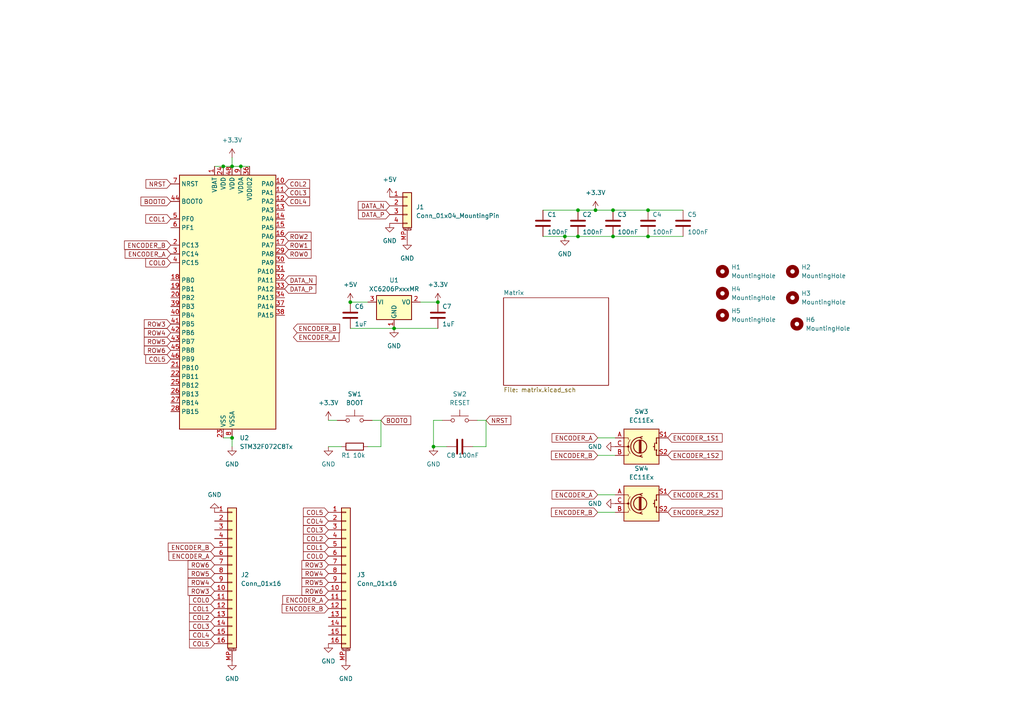
<source format=kicad_sch>
(kicad_sch (version 20231120) (generator "eeschema") (generator_version "8.0")
  (paper "A4")
  (lib_symbols
    (symbol "Connector_Generic_MountingPin:Conn_01x04_MountingPin" (pin_names (offset 1.016) hide)
      (property "Reference" "J" (at 0 5.08 0))
      (property "Value" "Conn_01x04_MountingPin" (at 1.27 -7.62 0))
      (symbol "Conn_01x04_MountingPin_1_1"
        (rectangle (start -1.27 -4.953) (end 0 -5.207) (stroke (width 0.1524)))
        (rectangle (start -1.27 -2.413) (end 0 -2.667) (stroke (width 0.1524)))
        (rectangle (start -1.27 0.127) (end 0 -0.127) (stroke (width 0.1524)))
        (rectangle (start -1.27 2.667) (end 0 2.413) (stroke (width 0.1524)))
        (rectangle (start -1.27 3.81) (end 1.27 -6.35) (stroke (width 0.254)) (fill (type background)))
        (polyline (pts (xy -1.016 -7.112) (xy 1.016 -7.112)) (stroke (width 0.1524)))
        (text "Mounting" (at 0 -6.731 0) (effects (font (size 0.381 0.381))))
        (pin passive line (at -5.08 2.54 0) (length 3.81) (name "Pin_1") (number "1"))
        (pin passive line (at -5.08 0 0) (length 3.81) (name "Pin_2") (number "2"))
        (pin passive line (at -5.08 -2.54 0) (length 3.81) (name "Pin_3") (number "3"))
        (pin passive line (at -5.08 -5.08 0) (length 3.81) (name "Pin_4") (number "4"))
        (pin passive line (at 0 -10.16 90) (length 3.048) (name "MountPin") (number "MP"))
      )
    )
    (symbol "Connector_Generic_MountingPin:Conn_01x16_MountingPin" (pin_names (offset 1.016) hide)
      (property "Reference" "J" (at 0 20.32 0))
      (property "Value" "Conn_01x16_MountingPin" (at 1.27 -22.86 0))
      (symbol "Conn_01x16_MountingPin_1_1"
        (rectangle (start -1.27 -20.193) (end 0 -20.447) (stroke (width 0.1524)))
        (rectangle (start -1.27 -17.653) (end 0 -17.907) (stroke (width 0.1524)))
        (rectangle (start -1.27 -15.113) (end 0 -15.367) (stroke (width 0.1524)))
        (rectangle (start -1.27 -12.573) (end 0 -12.827) (stroke (width 0.1524)))
        (rectangle (start -1.27 -10.033) (end 0 -10.287) (stroke (width 0.1524)))
        (rectangle (start -1.27 -7.493) (end 0 -7.747) (stroke (width 0.1524)))
        (rectangle (start -1.27 -4.953) (end 0 -5.207) (stroke (width 0.1524)))
        (rectangle (start -1.27 -2.413) (end 0 -2.667) (stroke (width 0.1524)))
        (rectangle (start -1.27 0.127) (end 0 -0.127) (stroke (width 0.1524)))
        (rectangle (start -1.27 2.667) (end 0 2.413) (stroke (width 0.1524)))
        (rectangle (start -1.27 5.207) (end 0 4.953) (stroke (width 0.1524)))
        (rectangle (start -1.27 7.747) (end 0 7.493) (stroke (width 0.1524)))
        (rectangle (start -1.27 10.287) (end 0 10.033) (stroke (width 0.1524)))
        (rectangle (start -1.27 12.827) (end 0 12.573) (stroke (width 0.1524)))
        (rectangle (start -1.27 15.367) (end 0 15.113) (stroke (width 0.1524)))
        (rectangle (start -1.27 17.907) (end 0 17.653) (stroke (width 0.1524)))
        (rectangle (start -1.27 19.05) (end 1.27 -21.59) (stroke (width 0.254)) (fill (type background)))
        (polyline (pts (xy -1.016 -22.352) (xy 1.016 -22.352)) (stroke (width 0.1524)))
        (text "Mounting" (at 0 -21.971 0) (effects (font (size 0.381 0.381))))
        (pin passive line (at -5.08 17.78 0) (length 3.81) (name "Pin_1") (number "1"))
        (pin passive line (at -5.08 -5.08 0) (length 3.81) (name "Pin_10") (number "10"))
        (pin passive line (at -5.08 -7.62 0) (length 3.81) (name "Pin_11") (number "11"))
        (pin passive line (at -5.08 -10.16 0) (length 3.81) (name "Pin_12") (number "12"))
        (pin passive line (at -5.08 -12.7 0) (length 3.81) (name "Pin_13") (number "13"))
        (pin passive line (at -5.08 -15.24 0) (length 3.81) (name "Pin_14") (number "14"))
        (pin passive line (at -5.08 -17.78 0) (length 3.81) (name "Pin_15") (number "15"))
        (pin passive line (at -5.08 -20.32 0) (length 3.81) (name "Pin_16") (number "16"))
        (pin passive line (at -5.08 15.24 0) (length 3.81) (name "Pin_2") (number "2"))
        (pin passive line (at -5.08 12.7 0) (length 3.81) (name "Pin_3") (number "3"))
        (pin passive line (at -5.08 10.16 0) (length 3.81) (name "Pin_4") (number "4"))
        (pin passive line (at -5.08 7.62 0) (length 3.81) (name "Pin_5") (number "5"))
        (pin passive line (at -5.08 5.08 0) (length 3.81) (name "Pin_6") (number "6"))
        (pin passive line (at -5.08 2.54 0) (length 3.81) (name "Pin_7") (number "7"))
        (pin passive line (at -5.08 0 0) (length 3.81) (name "Pin_8") (number "8"))
        (pin passive line (at -5.08 -2.54 0) (length 3.81) (name "Pin_9") (number "9"))
        (pin passive line (at 0 -25.4 90) (length 3.048) (name "MountPin") (number "MP"))
      )
    )
    (symbol "Device:C" (pin_numbers hide) (pin_names (offset 0.254))
      (property "Reference" "C" (at 0.635 2.54 0))
      (property "Value" "C" (at 0.635 -2.54 0))
      (symbol "C_0_1"
        (polyline (pts (xy -2.032 -0.762) (xy 2.032 -0.762)) (stroke (width 0.508)))
        (polyline (pts (xy -2.032 0.762) (xy 2.032 0.762)) (stroke (width 0.508)))
      )
      (symbol "C_1_1"
        (pin passive line (at 0 3.81 270) (length 2.794) (name "~") (number "1"))
        (pin passive line (at 0 -3.81 90) (length 2.794) (name "~") (number "2"))
      )
    )
    (symbol "Device:R" (pin_numbers hide) (pin_names (offset 0))
      (property "Reference" "R" (at 2.032 0 90))
      (property "Value" "R" (at 0 0 90))
      (symbol "R_0_1"
        (rectangle (start -1.016 -2.54) (end 1.016 2.54) (stroke (width 0.254)))
      )
      (symbol "R_1_1"
        (pin passive line (at 0 3.81 270) (length 1.27) (name "~") (number "1"))
        (pin passive line (at 0 -3.81 90) (length 1.27) (name "~") (number "2"))
      )
    )
    (symbol "Device:RotaryEncoder_Switch" (pin_names (offset 0.254) hide)
      (property "Reference" "SW" (at 0 6.604 0))
      (property "Value" "RotaryEncoder_Switch" (at 0 -6.604 0))
      (symbol "RotaryEncoder_Switch_0_1"
        (rectangle (start -5.08 5.08) (end 5.08 -5.08) (stroke (width 0.254)) (fill (type background)))
        (circle (center -3.81 0) (radius 0.254) (fill (type outline)))
        (circle (center -0.381 0) (radius 1.905) (stroke (width 0.254)))
        (arc (start -0.381 2.667) (mid -3.0988 -0.0635) (end -0.381 -2.794) (stroke (width 0.254)))
        (polyline (pts (xy -0.635 -1.778) (xy -0.635 1.778)) (stroke (width 0.254)))
        (polyline (pts (xy -0.381 -1.778) (xy -0.381 1.778)) (stroke (width 0.254)))
        (polyline (pts (xy -0.127 1.778) (xy -0.127 -1.778)) (stroke (width 0.254)))
        (polyline (pts (xy 3.81 0) (xy 3.429 0)) (stroke (width 0.254)))
        (polyline (pts (xy 3.81 1.016) (xy 3.81 -1.016)) (stroke (width 0.254)))
        (polyline (pts (xy -5.08 -2.54) (xy -3.81 -2.54) (xy -3.81 -2.032)))
        (polyline (pts (xy -5.08 2.54) (xy -3.81 2.54) (xy -3.81 2.032)))
        (polyline (pts (xy 0.254 -3.048) (xy -0.508 -2.794) (xy 0.127 -2.413)) (stroke (width 0.254)))
        (polyline (pts (xy 0.254 2.921) (xy -0.508 2.667) (xy 0.127 2.286)) (stroke (width 0.254)))
        (polyline (pts (xy 5.08 -2.54) (xy 4.318 -2.54) (xy 4.318 -1.016)) (stroke (width 0.254)))
        (polyline (pts (xy 5.08 2.54) (xy 4.318 2.54) (xy 4.318 1.016)) (stroke (width 0.254)))
        (polyline (pts (xy -5.08 0) (xy -3.81 0) (xy -3.81 -1.016) (xy -3.302 -2.032)))
        (polyline (pts (xy -4.318 0) (xy -3.81 0) (xy -3.81 1.016) (xy -3.302 2.032)))
        (circle (center 4.318 -1.016) (radius 0.127) (stroke (width 0.254)))
        (circle (center 4.318 1.016) (radius 0.127) (stroke (width 0.254)))
      )
      (symbol "RotaryEncoder_Switch_1_1"
        (pin passive line (at -7.62 2.54 0) (length 2.54) (name "A") (number "A"))
        (pin passive line (at -7.62 -2.54 0) (length 2.54) (name "B") (number "B"))
        (pin passive line (at -7.62 0 0) (length 2.54) (name "C") (number "C"))
        (pin passive line (at 7.62 2.54 180) (length 2.54) (name "S1") (number "S1"))
        (pin passive line (at 7.62 -2.54 180) (length 2.54) (name "S2") (number "S2"))
      )
    )
    (symbol "MCU_ST_STM32F0:STM32F072C8Tx"
      (property "Reference" "U" (at -12.7 39.37 0))
      (property "Value" "STM32F072C8Tx" (at 10.16 39.37 0))
      (symbol "STM32F072C8Tx_0_1"
        (rectangle (start -12.7 -35.56) (end 15.24 38.1) (stroke (width 0.254)) (fill (type background)))
      )
      (symbol "STM32F072C8Tx_1_1"
        (pin power_in line (at -2.54 40.64 270) (length 2.54) (name "VBAT") (number "1"))
        (pin bidirectional line (at 17.78 35.56 180) (length 2.54) (name "PA0") (number "10"))
        (pin bidirectional line (at 17.78 33.02 180) (length 2.54) (name "PA1") (number "11"))
        (pin bidirectional line (at 17.78 30.48 180) (length 2.54) (name "PA2") (number "12"))
        (pin bidirectional line (at 17.78 27.94 180) (length 2.54) (name "PA3") (number "13"))
        (pin bidirectional line (at 17.78 25.4 180) (length 2.54) (name "PA4") (number "14"))
        (pin bidirectional line (at 17.78 22.86 180) (length 2.54) (name "PA5") (number "15"))
        (pin bidirectional line (at 17.78 20.32 180) (length 2.54) (name "PA6") (number "16"))
        (pin bidirectional line (at 17.78 17.78 180) (length 2.54) (name "PA7") (number "17"))
        (pin bidirectional line (at -15.24 7.62 0) (length 2.54) (name "PB0") (number "18"))
        (pin bidirectional line (at -15.24 5.08 0) (length 2.54) (name "PB1") (number "19"))
        (pin bidirectional line (at -15.24 17.78 0) (length 2.54) (name "PC13") (number "2"))
        (pin bidirectional line (at -15.24 2.54 0) (length 2.54) (name "PB2") (number "20"))
        (pin bidirectional line (at -15.24 -17.78 0) (length 2.54) (name "PB10") (number "21"))
        (pin bidirectional line (at -15.24 -20.32 0) (length 2.54) (name "PB11") (number "22"))
        (pin power_in line (at 0 -38.1 90) (length 2.54) (name "VSS") (number "23"))
        (pin power_in line (at 0 40.64 270) (length 2.54) (name "VDD") (number "24"))
        (pin bidirectional line (at -15.24 -22.86 0) (length 2.54) (name "PB12") (number "25"))
        (pin bidirectional line (at -15.24 -25.4 0) (length 2.54) (name "PB13") (number "26"))
        (pin bidirectional line (at -15.24 -27.94 0) (length 2.54) (name "PB14") (number "27"))
        (pin bidirectional line (at -15.24 -30.48 0) (length 2.54) (name "PB15") (number "28"))
        (pin bidirectional line (at 17.78 15.24 180) (length 2.54) (name "PA8") (number "29"))
        (pin bidirectional line (at -15.24 15.24 0) (length 2.54) (name "PC14") (number "3"))
        (pin bidirectional line (at 17.78 12.7 180) (length 2.54) (name "PA9") (number "30"))
        (pin bidirectional line (at 17.78 10.16 180) (length 2.54) (name "PA10") (number "31"))
        (pin bidirectional line (at 17.78 7.62 180) (length 2.54) (name "PA11") (number "32"))
        (pin bidirectional line (at 17.78 5.08 180) (length 2.54) (name "PA12") (number "33"))
        (pin bidirectional line (at 17.78 2.54 180) (length 2.54) (name "PA13") (number "34"))
        (pin passive line (at 0 -38.1 90) (length 2.54) hide (name "VSS") (number "35"))
        (pin power_in line (at 7.62 40.64 270) (length 2.54) (name "VDDIO2") (number "36"))
        (pin bidirectional line (at 17.78 0 180) (length 2.54) (name "PA14") (number "37"))
        (pin bidirectional line (at 17.78 -2.54 180) (length 2.54) (name "PA15") (number "38"))
        (pin bidirectional line (at -15.24 0 0) (length 2.54) (name "PB3") (number "39"))
        (pin bidirectional line (at -15.24 12.7 0) (length 2.54) (name "PC15") (number "4"))
        (pin bidirectional line (at -15.24 -2.54 0) (length 2.54) (name "PB4") (number "40"))
        (pin bidirectional line (at -15.24 -5.08 0) (length 2.54) (name "PB5") (number "41"))
        (pin bidirectional line (at -15.24 -7.62 0) (length 2.54) (name "PB6") (number "42"))
        (pin bidirectional line (at -15.24 -10.16 0) (length 2.54) (name "PB7") (number "43"))
        (pin input line (at -15.24 30.48 0) (length 2.54) (name "BOOT0") (number "44"))
        (pin bidirectional line (at -15.24 -12.7 0) (length 2.54) (name "PB8") (number "45"))
        (pin bidirectional line (at -15.24 -15.24 0) (length 2.54) (name "PB9") (number "46"))
        (pin passive line (at 0 -38.1 90) (length 2.54) hide (name "VSS") (number "47"))
        (pin power_in line (at 2.54 40.64 270) (length 2.54) (name "VDD") (number "48"))
        (pin bidirectional line (at -15.24 25.4 0) (length 2.54) (name "PF0") (number "5"))
        (pin bidirectional line (at -15.24 22.86 0) (length 2.54) (name "PF1") (number "6"))
        (pin input line (at -15.24 35.56 0) (length 2.54) (name "NRST") (number "7"))
        (pin power_in line (at 2.54 -38.1 90) (length 2.54) (name "VSSA") (number "8"))
        (pin power_in line (at 5.08 40.64 270) (length 2.54) (name "VDDA") (number "9"))
      )
    )
    (symbol "Mechanical:MountingHole" (pin_names (offset 1.016))
      (property "Reference" "H" (at 0 5.08 0))
      (property "Value" "MountingHole" (at 0 3.175 0))
      (symbol "MountingHole_0_1"
        (circle (center 0 0) (radius 1.27) (stroke (width 1.27)))
      )
    )
    (symbol "Regulator_Linear:XC6206PxxxMR" (pin_names (offset 0.254))
      (property "Reference" "U" (at -3.81 3.175 0))
      (property "Value" "XC6206PxxxMR" (at 0 3.175 0))
      (symbol "XC6206PxxxMR_0_1"
        (rectangle (start -5.08 1.905) (end 5.08 -5.08) (stroke (width 0.254)) (fill (type background)))
      )
      (symbol "XC6206PxxxMR_1_1"
        (pin power_in line (at 0 -7.62 90) (length 2.54) (name "GND") (number "1"))
        (pin power_out line (at 7.62 0 180) (length 2.54) (name "VO") (number "2"))
        (pin power_in line (at -7.62 0 0) (length 2.54) (name "VI") (number "3"))
      )
    )
    (symbol "Switch:SW_Push" (pin_numbers hide) (pin_names (offset 1.016) hide)
      (property "Reference" "SW" (at 1.27 2.54 0))
      (property "Value" "SW_Push" (at 0 -1.524 0))
      (symbol "SW_Push_0_1"
        (circle (center -2.032 0) (radius 0.508))
        (polyline (pts (xy 0 1.27) (xy 0 3.048)))
        (polyline (pts (xy 2.54 1.27) (xy -2.54 1.27)))
        (circle (center 2.032 0) (radius 0.508))
        (pin passive line (at -5.08 0 0) (length 2.54) (name "1") (number "1"))
        (pin passive line (at 5.08 0 180) (length 2.54) (name "2") (number "2"))
      )
    )
    (symbol "power:+3.3V" (power) (pin_names (offset 0))
      (property "Value" "+3.3V" (at 0 3.556 0))
      (symbol "+3.3V_0_1"
        (polyline (pts (xy -0.762 1.27) (xy 0 2.54)))
        (polyline (pts (xy 0 0) (xy 0 2.54)))
        (polyline (pts (xy 0 2.54) (xy 0.762 1.27)))
      )
      (symbol "+3.3V_1_1"
        (pin power_in line (at 0 0 90) (length 0) hide (name "+3.3V") (number "1"))
      )
    )
    (symbol "power:+5V" (power) (pin_names (offset 0))
      (property "Value" "+5V" (at 0 3.556 0))
      (symbol "+5V_0_1"
        (polyline (pts (xy -0.762 1.27) (xy 0 2.54)))
        (polyline (pts (xy 0 0) (xy 0 2.54)))
        (polyline (pts (xy 0 2.54) (xy 0.762 1.27)))
      )
      (symbol "+5V_1_1"
        (pin power_in line (at 0 0 90) (length 0) hide (name "+5V") (number "1"))
      )
    )
    (symbol "power:GND" (power) (pin_names (offset 0))
      (property "Value" "GND" (at 0 -3.81 0))
      (symbol "GND_0_1"
        (polyline (pts (xy 0 0) (xy 0 -1.27) (xy 1.27 -1.27) (xy 0 -2.54) (xy -1.27 -1.27) (xy 0 -1.27)))
      )
      (symbol "GND_1_1"
        (pin power_in line (at 0 0 270) (length 0) hide (name "GND") (number "1"))
      )
    )
  )
  (junction (at 69.85 48.26))
  (junction (at 114.3 95.25))
  (junction (at 187.96 68.58))
  (junction (at 67.31 48.26))
  (junction (at 187.96 60.96))
  (junction (at 101.6 87.63))
  (junction (at 172.72 60.96))
  (junction (at 127 87.63))
  (junction (at 163.83 68.58))
  (junction (at 64.77 48.26))
  (junction (at 167.64 60.96))
  (junction (at 177.8 60.96))
  (junction (at 67.31 127))
  (junction (at 167.64 68.58))
  (junction (at 177.8 68.58))
  (junction (at 125.73 129.54))
  (wire (pts (xy 101.6 87.63) (xy 106.68 87.63)))
  (wire (pts (xy 177.8 68.58) (xy 187.96 68.58)))
  (wire (pts (xy 157.48 68.58) (xy 163.83 68.58)))
  (wire (pts (xy 157.48 60.96) (xy 167.64 60.96)))
  (wire (pts (xy 140.97 121.92) (xy 140.97 129.54)))
  (wire (pts (xy 187.96 60.96) (xy 198.12 60.96)))
  (wire (pts (xy 107.95 121.92) (xy 110.49 121.92)))
  (wire (pts (xy 67.31 45.72) (xy 67.31 48.26)))
  (wire (pts (xy 110.49 121.92) (xy 110.49 129.54)))
  (wire (pts (xy 95.25 121.92) (xy 97.79 121.92)))
  (wire (pts (xy 173.355 148.59) (xy 178.435 148.59)))
  (wire (pts (xy 114.3 95.25) (xy 127 95.25)))
  (wire (pts (xy 167.64 60.96) (xy 172.72 60.96)))
  (wire (pts (xy 64.77 127) (xy 67.31 127)))
  (wire (pts (xy 67.31 127) (xy 67.31 129.54)))
  (wire (pts (xy 101.6 95.25) (xy 114.3 95.25)))
  (wire (pts (xy 187.96 68.58) (xy 198.12 68.58)))
  (wire (pts (xy 140.97 129.54) (xy 137.16 129.54)))
  (wire (pts (xy 172.72 60.96) (xy 177.8 60.96)))
  (wire (pts (xy 163.83 68.58) (xy 167.64 68.58)))
  (wire (pts (xy 69.85 48.26) (xy 72.39 48.26)))
  (wire (pts (xy 67.31 48.26) (xy 69.85 48.26)))
  (wire (pts (xy 62.23 48.26) (xy 64.77 48.26)))
  (wire (pts (xy 173.355 143.51) (xy 178.435 143.51)))
  (wire (pts (xy 125.73 129.54) (xy 125.73 121.92)))
  (wire (pts (xy 110.49 129.54) (xy 106.68 129.54)))
  (wire (pts (xy 173.355 132.08) (xy 178.435 132.08)))
  (wire (pts (xy 177.8 60.96) (xy 187.96 60.96)))
  (wire (pts (xy 125.73 121.92) (xy 128.27 121.92)))
  (wire (pts (xy 129.54 129.54) (xy 125.73 129.54)))
  (wire (pts (xy 167.64 68.58) (xy 177.8 68.58)))
  (wire (pts (xy 138.43 121.92) (xy 140.97 121.92)))
  (wire (pts (xy 64.77 48.26) (xy 67.31 48.26)))
  (wire (pts (xy 173.355 127) (xy 178.435 127)))
  (wire (pts (xy 95.25 129.54) (xy 99.06 129.54)))
  (wire (pts (xy 121.92 87.63) (xy 127 87.63)))
  (global_label "ENCODER_A" (shape input) (at 95.25 173.99 180) (property "Intersheetrefs" "${INTERSHEET_REFS}" (effects (hide yes))))
  (global_label "ROW6" (shape input) (at 95.25 171.45 180) (property "Intersheetrefs" "${INTERSHEET_REFS}" (effects (hide yes))))
  (global_label "DATA_P" (shape input) (at 82.55 83.82 0) (property "Intersheetrefs" "${INTERSHEET_REFS}" (effects (hide yes))))
  (global_label "ENCODER_A" (shape input) (at 49.53 73.66 180) (property "Intersheetrefs" "${INTERSHEET_REFS}" (effects (hide yes))))
  (global_label "ENCODER_2S2" (shape input) (at 193.675 148.59 0) (property "Intersheetrefs" "${INTERSHEET_REFS}" (effects (hide yes))))
  (global_label "ROW6" (shape input) (at 49.53 101.6 180) (property "Intersheetrefs" "${INTERSHEET_REFS}" (effects (hide yes))))
  (global_label "ENCODER_B" (shape input) (at 62.23 158.75 180) (property "Intersheetrefs" "${INTERSHEET_REFS}" (effects (hide yes))))
  (global_label "COL2" (shape input) (at 62.23 179.07 180) (property "Intersheetrefs" "${INTERSHEET_REFS}" (effects (hide yes))))
  (global_label "ROW4" (shape input) (at 49.53 96.52 180) (property "Intersheetrefs" "${INTERSHEET_REFS}" (effects (hide yes))))
  (global_label "ROW3" (shape input) (at 62.23 171.45 180) (property "Intersheetrefs" "${INTERSHEET_REFS}" (effects (hide yes))))
  (global_label "ROW6" (shape input) (at 62.23 163.83 180) (property "Intersheetrefs" "${INTERSHEET_REFS}" (effects (hide yes))))
  (global_label "COL3" (shape input) (at 62.23 181.61 180) (property "Intersheetrefs" "${INTERSHEET_REFS}" (effects (hide yes))))
  (global_label "ENCODER_A" (shape input) (at 85.09 97.79 0) (property "Intersheetrefs" "${INTERSHEET_REFS}" (effects (hide yes))))
  (global_label "COL4" (shape input) (at 62.23 184.15 180) (property "Intersheetrefs" "${INTERSHEET_REFS}" (effects (hide yes))))
  (global_label "COL1" (shape input) (at 62.23 176.53 180) (property "Intersheetrefs" "${INTERSHEET_REFS}" (effects (hide yes))))
  (global_label "COL3" (shape input) (at 95.25 153.67 180) (property "Intersheetrefs" "${INTERSHEET_REFS}" (effects (hide yes))))
  (global_label "ROW4" (shape input) (at 62.23 168.91 180) (property "Intersheetrefs" "${INTERSHEET_REFS}" (effects (hide yes))))
  (global_label "ENCODER_A" (shape input) (at 62.23 161.29 180) (property "Intersheetrefs" "${INTERSHEET_REFS}" (effects (hide yes))))
  (global_label "ROW1" (shape input) (at 82.55 71.12 0) (property "Intersheetrefs" "${INTERSHEET_REFS}" (effects (hide yes))))
  (global_label "COL5" (shape input) (at 62.23 186.69 180) (property "Intersheetrefs" "${INTERSHEET_REFS}" (effects (hide yes))))
  (global_label "ENCODER_B" (shape input) (at 85.09 95.25 0) (property "Intersheetrefs" "${INTERSHEET_REFS}" (effects (hide yes))))
  (global_label "COL2" (shape input) (at 82.55 53.34 0) (property "Intersheetrefs" "${INTERSHEET_REFS}" (effects (hide yes))))
  (global_label "ENCODER_2S1" (shape input) (at 193.675 143.51 0) (property "Intersheetrefs" "${INTERSHEET_REFS}" (effects (hide yes))))
  (global_label "COL3" (shape input) (at 82.55 55.88 0) (property "Intersheetrefs" "${INTERSHEET_REFS}" (effects (hide yes))))
  (global_label "ENCODER_A" (shape input) (at 173.355 143.51 180) (property "Intersheetrefs" "${INTERSHEET_REFS}" (effects (hide yes))))
  (global_label "ENCODER_1S2" (shape input) (at 193.675 132.08 0) (property "Intersheetrefs" "${INTERSHEET_REFS}" (effects (hide yes))))
  (global_label "ENCODER_B" (shape input) (at 49.53 71.12 180) (property "Intersheetrefs" "${INTERSHEET_REFS}" (effects (hide yes))))
  (global_label "COL0" (shape input) (at 49.53 76.2 180) (property "Intersheetrefs" "${INTERSHEET_REFS}" (effects (hide yes))))
  (global_label "COL4" (shape input) (at 82.55 58.42 0) (property "Intersheetrefs" "${INTERSHEET_REFS}" (effects (hide yes))))
  (global_label "COL2" (shape input) (at 95.25 156.21 180) (property "Intersheetrefs" "${INTERSHEET_REFS}" (effects (hide yes))))
  (global_label "ROW4" (shape input) (at 95.25 166.37 180) (property "Intersheetrefs" "${INTERSHEET_REFS}" (effects (hide yes))))
  (global_label "ROW5" (shape input) (at 62.23 166.37 180) (property "Intersheetrefs" "${INTERSHEET_REFS}" (effects (hide yes))))
  (global_label "ROW5" (shape input) (at 49.53 99.06 180) (property "Intersheetrefs" "${INTERSHEET_REFS}" (effects (hide yes))))
  (global_label "COL1" (shape input) (at 95.25 158.75 180) (property "Intersheetrefs" "${INTERSHEET_REFS}" (effects (hide yes))))
  (global_label "ROW3" (shape input) (at 95.25 163.83 180) (property "Intersheetrefs" "${INTERSHEET_REFS}" (effects (hide yes))))
  (global_label "NRST" (shape input) (at 140.97 121.92 0) (property "Intersheetrefs" "${INTERSHEET_REFS}" (effects (hide yes))))
  (global_label "COL0" (shape input) (at 95.25 161.29 180) (property "Intersheetrefs" "${INTERSHEET_REFS}" (effects (hide yes))))
  (global_label "DATA_N" (shape input) (at 82.55 81.28 0) (property "Intersheetrefs" "${INTERSHEET_REFS}" (effects (hide yes))))
  (global_label "BOOTO" (shape input) (at 110.49 121.92 0) (property "Intersheetrefs" "${INTERSHEET_REFS}" (effects (hide yes))))
  (global_label "COL4" (shape input) (at 95.25 151.13 180) (property "Intersheetrefs" "${INTERSHEET_REFS}" (effects (hide yes))))
  (global_label "COL5" (shape input) (at 49.53 104.14 180) (property "Intersheetrefs" "${INTERSHEET_REFS}" (effects (hide yes))))
  (global_label "ENCODER_B" (shape input) (at 173.355 132.08 180) (property "Intersheetrefs" "${INTERSHEET_REFS}" (effects (hide yes))))
  (global_label "ROW2" (shape input) (at 82.55 68.58 0) (property "Intersheetrefs" "${INTERSHEET_REFS}" (effects (hide yes))))
  (global_label "ROW5" (shape input) (at 95.25 168.91 180) (property "Intersheetrefs" "${INTERSHEET_REFS}" (effects (hide yes))))
  (global_label "COL5" (shape input) (at 95.25 148.59 180) (property "Intersheetrefs" "${INTERSHEET_REFS}" (effects (hide yes))))
  (global_label "NRST" (shape input) (at 49.53 53.34 180) (property "Intersheetrefs" "${INTERSHEET_REFS}" (effects (hide yes))))
  (global_label "DATA_P" (shape input) (at 113.03 62.23 180) (property "Intersheetrefs" "${INTERSHEET_REFS}" (effects (hide yes))))
  (global_label "COL0" (shape input) (at 62.23 173.99 180) (property "Intersheetrefs" "${INTERSHEET_REFS}" (effects (hide yes))))
  (global_label "BOOTO" (shape input) (at 49.53 58.42 180) (property "Intersheetrefs" "${INTERSHEET_REFS}" (effects (hide yes))))
  (global_label "ENCODER_B" (shape input) (at 173.355 148.59 180) (property "Intersheetrefs" "${INTERSHEET_REFS}" (effects (hide yes))))
  (global_label "ENCODER_B" (shape input) (at 95.25 176.53 180) (property "Intersheetrefs" "${INTERSHEET_REFS}" (effects (hide yes))))
  (global_label "COL1" (shape input) (at 49.53 63.5 180) (property "Intersheetrefs" "${INTERSHEET_REFS}" (effects (hide yes))))
  (global_label "ROW0" (shape input) (at 82.55 73.66 0) (property "Intersheetrefs" "${INTERSHEET_REFS}" (effects (hide yes))))
  (global_label "ROW3" (shape input) (at 49.53 93.98 180) (property "Intersheetrefs" "${INTERSHEET_REFS}" (effects (hide yes))))
  (global_label "ENCODER_A" (shape input) (at 173.355 127 180) (property "Intersheetrefs" "${INTERSHEET_REFS}" (effects (hide yes))))
  (global_label "ENCODER_1S1" (shape input) (at 193.675 127 0) (property "Intersheetrefs" "${INTERSHEET_REFS}" (effects (hide yes))))
  (global_label "DATA_N" (shape input) (at 113.03 59.69 180) (property "Intersheetrefs" "${INTERSHEET_REFS}" (effects (hide yes))))
  (symbol (lib_id "power:GND") (at 113.03 64.77 0) (unit 1)
    (property "Reference" "#PWR04" (effects (hide yes)))
    (property "Value" "GND" (at 113.03 69.85 0))
  )
  (symbol (lib_id "Switch:SW_Push") (at 133.35 121.92 0) (unit 1)
    (property "Reference" "SW2" (at 133.35 114.3 0))
    (property "Value" "RESET" (at 133.35 116.84 0))
    (property "Footprint" "Button_Switch_SMD:SW_SPST_SKQG_WithoutStem" (effects (hide yes)))
  )
  (symbol (lib_id "power:GND") (at 62.23 148.59 180) (unit 1)
    (property "Reference" "#PWR017" (effects (hide yes)))
    (property "Value" "GND" (at 62.23 143.51 0))
  )
  (symbol (lib_id "power:GND") (at 163.83 68.58 0) (unit 1)
    (property "Reference" "#PWR05" (effects (hide yes)))
    (property "Value" "GND" (at 163.83 73.66 0))
  )
  (symbol (lib_id "Mechanical:MountingHole") (at 209.55 91.44 0) (unit 1)
    (property "Reference" "H5" (at 212.09 90.17 0) (effects (justify left)))
    (property "Value" "MountingHole" (at 212.09 92.71 0) (effects (justify left)))
    (property "Footprint" "acheron_Hardware:MouseBite_IPC7351" (effects (hide yes)))
  )
  (symbol (lib_id "Connector_Generic_MountingPin:Conn_01x16_MountingPin") (at 67.31 166.37 0) (unit 1)
    (property "Reference" "J2" (at 69.85 166.7256 0) (effects (justify left)))
    (property "Value" "Conn_01x16" (at 69.85 169.2656 0) (effects (justify left)))
    (property "Footprint" "acheron_Connectors:XFCN_F1004-H-16-20G-R_P1.0mm_MountingReliefs" (effects (hide yes)))
  )
  (symbol (lib_id "Device:C") (at 177.8 64.77 0) (unit 1)
    (property "Reference" "C3" (at 179.07 62.23 0) (effects (justify left)))
    (property "Value" "100nF" (at 179.07 67.31 0) (effects (justify left)))
    (property "Footprint" "Capacitor_SMD:C_0402_1005Metric" (effects (hide yes)))
  )
  (symbol (lib_id "power:+3.3V") (at 127 87.63 0) (unit 1)
    (property "Reference" "#PWR08" (effects (hide yes)))
    (property "Value" "+3.3V" (at 127 82.55 0))
  )
  (symbol (lib_id "Mechanical:MountingHole") (at 229.87 78.74 0) (unit 1)
    (property "Reference" "H2" (at 232.41 77.47 0) (effects (justify left)))
    (property "Value" "MountingHole" (at 232.41 80.01 0) (effects (justify left)))
    (property "Footprint" "acheron_Hardware:MouseBite_IPC7351" (effects (hide yes)))
  )
  (symbol (lib_id "power:GND") (at 114.3 95.25 0) (unit 1)
    (property "Reference" "#PWR09" (effects (hide yes)))
    (property "Value" "GND" (at 114.3 100.33 0))
  )
  (symbol (lib_id "Mechanical:MountingHole") (at 231.14 93.98 0) (unit 1)
    (property "Reference" "H6" (at 233.68 92.71 0) (effects (justify left)))
    (property "Value" "MountingHole" (at 233.68 95.25 0) (effects (justify left)))
    (property "Footprint" "acheron_Hardware:MouseBite_IPC7351" (effects (hide yes)))
  )
  (symbol (lib_id "power:GND") (at 67.31 129.54 0) (unit 1)
    (property "Reference" "#PWR011" (effects (hide yes)))
    (property "Value" "GND" (at 67.31 134.62 0))
  )
  (symbol (lib_id "power:GND") (at 178.435 146.05 270) (unit 1)
    (property "Reference" "#PWR015" (effects (hide yes)))
    (property "Value" "GND" (at 174.625 146.05 90) (effects (justify right)))
  )
  (symbol (lib_id "Device:C") (at 187.96 64.77 0) (unit 1)
    (property "Reference" "C4" (at 189.23 62.23 0) (effects (justify left)))
    (property "Value" "100nF" (at 189.23 67.31 0) (effects (justify left)))
    (property "Footprint" "Capacitor_SMD:C_0402_1005Metric" (effects (hide yes)))
  )
  (symbol (lib_id "Device:C") (at 133.35 129.54 90) (unit 1)
    (property "Reference" "C8" (at 130.81 132.08 90))
    (property "Value" "100nF" (at 135.89 132.08 90))
    (property "Footprint" "Capacitor_SMD:C_0402_1005Metric" (effects (hide yes)))
  )
  (symbol (lib_id "power:GND") (at 67.31 191.77 0) (unit 1)
    (property "Reference" "#PWR020" (effects (hide yes)))
    (property "Value" "GND" (at 67.31 196.85 0))
  )
  (symbol (lib_id "power:GND") (at 178.435 129.54 270) (unit 1)
    (property "Reference" "#PWR014" (effects (hide yes)))
    (property "Value" "GND" (at 174.625 129.54 90) (effects (justify right)))
  )
  (symbol (lib_id "power:+3.3V") (at 95.25 121.92 0) (unit 1)
    (property "Reference" "#PWR010" (effects (hide yes)))
    (property "Value" "+3.3V" (at 95.25 116.84 0))
  )
  (symbol (lib_id "Device:RotaryEncoder_Switch") (at 186.055 146.05 0) (unit 1)
    (property "Reference" "SW4" (at 186.055 135.89 0))
    (property "Value" "EC11Ex" (at 186.055 138.43 0))
    (property "Footprint" "acheron_Hardware:ALPS_EC11E" (effects (hide yes)))
  )
  (symbol (lib_id "Device:C") (at 157.48 64.77 0) (unit 1)
    (property "Reference" "C1" (at 158.75 62.23 0) (effects (justify left)))
    (property "Value" "100nF" (at 158.75 67.31 0) (effects (justify left)))
    (property "Footprint" "Capacitor_SMD:C_0402_1005Metric" (effects (hide yes)))
  )
  (symbol (lib_id "power:GND") (at 118.11 69.85 0) (unit 1)
    (property "Reference" "#PWR06" (effects (hide yes)))
    (property "Value" "GND" (at 118.11 74.93 0))
  )
  (symbol (lib_id "Mechanical:MountingHole") (at 229.87 86.36 0) (unit 1)
    (property "Reference" "H3" (at 232.41 85.09 0) (effects (justify left)))
    (property "Value" "MountingHole" (at 232.41 87.63 0) (effects (justify left)))
    (property "Footprint" "acheron_Hardware:MouseBite_IPC7351" (effects (hide yes)))
  )
  (symbol (lib_id "power:GND") (at 95.25 129.54 0) (unit 1)
    (property "Reference" "#PWR012" (effects (hide yes)))
    (property "Value" "GND" (at 95.25 134.62 0))
  )
  (symbol (lib_id "Connector_Generic_MountingPin:Conn_01x04_MountingPin") (at 118.11 59.69 0) (unit 1)
    (property "Reference" "J1" (at 120.65 60.0456 0) (effects (justify left)))
    (property "Value" "Conn_01x04_MountingPin" (at 120.65 62.5856 0) (effects (justify left)))
    (property "Footprint" "acheron_Connectors:MOLEX_781710004_MountingReliefs" (effects (hide yes)))
  )
  (symbol (lib_id "Device:C") (at 167.64 64.77 0) (unit 1)
    (property "Reference" "C2" (at 168.91 62.23 0) (effects (justify left)))
    (property "Value" "100nF" (at 168.91 67.31 0) (effects (justify left)))
    (property "Footprint" "Capacitor_SMD:C_0402_1005Metric" (effects (hide yes)))
  )
  (symbol (lib_id "power:+3.3V") (at 67.31 45.72 0) (unit 1)
    (property "Reference" "#PWR01" (effects (hide yes)))
    (property "Value" "+3.3V" (at 67.31 40.64 0))
  )
  (symbol (lib_id "Device:C") (at 127 91.44 0) (unit 1)
    (property "Reference" "C7" (at 128.27 88.9 0) (effects (justify left)))
    (property "Value" "1uF" (at 128.27 93.98 0) (effects (justify left)))
    (property "Footprint" "Capacitor_SMD:C_0402_1005Metric" (effects (hide yes)))
  )
  (symbol (lib_id "Device:R") (at 102.87 129.54 270) (unit 1)
    (property "Reference" "R1" (at 100.33 132.08 90))
    (property "Value" "10k" (at 104.14 132.08 90))
    (property "Footprint" "Resistor_SMD:R_0402_1005Metric" (effects (hide yes)))
  )
  (symbol (lib_id "Mechanical:MountingHole") (at 209.55 85.09 0) (unit 1)
    (property "Reference" "H4" (at 212.09 83.82 0) (effects (justify left)))
    (property "Value" "MountingHole" (at 212.09 86.36 0) (effects (justify left)))
    (property "Footprint" "acheron_Hardware:MouseBite_IPC7351" (effects (hide yes)))
  )
  (symbol (lib_id "power:GND") (at 95.25 186.69 0) (unit 1)
    (property "Reference" "#PWR019" (effects (hide yes)))
    (property "Value" "GND" (at 95.25 191.77 0))
  )
  (symbol (lib_id "Device:C") (at 198.12 64.77 0) (unit 1)
    (property "Reference" "C5" (at 199.39 62.23 0) (effects (justify left)))
    (property "Value" "100nF" (at 199.39 67.31 0) (effects (justify left)))
    (property "Footprint" "Capacitor_SMD:C_0402_1005Metric" (effects (hide yes)))
  )
  (symbol (lib_id "Device:RotaryEncoder_Switch") (at 186.055 129.54 0) (unit 1)
    (property "Reference" "SW3" (at 186.055 119.38 0))
    (property "Value" "EC11Ex" (at 186.055 121.92 0))
    (property "Footprint" "acheron_Hardware:ALPS_EC11E" (effects (hide yes)))
  )
  (symbol (lib_id "power:+5V") (at 101.6 87.63 0) (unit 1)
    (property "Reference" "#PWR07" (effects (hide yes)))
    (property "Value" "+5V" (at 101.6 82.55 0))
  )
  (symbol (lib_id "Regulator_Linear:XC6206PxxxMR") (at 114.3 87.63 0) (unit 1)
    (property "Reference" "U1" (at 114.3 81.28 0))
    (property "Value" "XC6206PxxxMR" (at 114.3 83.82 0))
    (property "Footprint" "Package_TO_SOT_SMD:SOT-23-3" (effects (hide yes)))
    (property "Datasheet" "https://www.torexsemi.com/file/xc6206/XC6206.pdf" (effects (hide yes)))
  )
  (symbol (lib_id "Device:C") (at 101.6 91.44 0) (unit 1)
    (property "Reference" "C6" (at 102.87 88.9 0) (effects (justify left)))
    (property "Value" "1uF" (at 102.87 93.98 0) (effects (justify left)))
    (property "Footprint" "Capacitor_SMD:C_0402_1005Metric" (effects (hide yes)))
  )
  (symbol (lib_id "power:+3.3V") (at 172.72 60.96 0) (unit 1)
    (property "Reference" "#PWR03" (effects (hide yes)))
    (property "Value" "+3.3V" (at 172.72 55.88 0))
  )
  (symbol (lib_id "power:+5V") (at 113.03 57.15 0) (unit 1)
    (property "Reference" "#PWR02" (effects (hide yes)))
    (property "Value" "+5V" (at 113.03 52.07 0))
  )
  (symbol (lib_id "Connector_Generic_MountingPin:Conn_01x16_MountingPin") (at 100.33 166.37 0) (unit 1)
    (property "Reference" "J3" (at 103.505 166.7256 0) (effects (justify left)))
    (property "Value" "Conn_01x16" (at 103.505 169.2656 0) (effects (justify left)))
    (property "Footprint" "acheron_Connectors:XFCN_F1004-H-16-20G-R_P1.0mm_MountingReliefs" (effects (hide yes)))
  )
  (symbol (lib_id "Mechanical:MountingHole") (at 209.55 78.74 0) (unit 1)
    (property "Reference" "H1" (at 212.09 77.47 0) (effects (justify left)))
    (property "Value" "MountingHole" (at 212.09 80.01 0) (effects (justify left)))
    (property "Footprint" "acheron_Hardware:MouseBite_IPC7351" (effects (hide yes)))
  )
  (symbol (lib_id "power:GND") (at 125.73 129.54 0) (unit 1)
    (property "Reference" "#PWR013" (effects (hide yes)))
    (property "Value" "GND" (at 125.73 134.62 0))
  )
  (symbol (lib_id "power:GND") (at 100.33 191.77 0) (unit 1)
    (property "Reference" "#PWR021" (effects (hide yes)))
    (property "Value" "GND" (at 100.33 196.85 0))
  )
  (symbol (lib_id "Switch:SW_Push") (at 102.87 121.92 0) (unit 1)
    (property "Reference" "SW1" (at 102.87 114.3 0))
    (property "Value" "BOOT" (at 102.87 116.84 0))
    (property "Footprint" "Button_Switch_SMD:SW_SPST_SKQG_WithoutStem" (effects (hide yes)))
  )
  (symbol (lib_id "MCU_ST_STM32F0:STM32F072C8Tx") (at 64.77 88.9 0) (unit 1)
    (property "Reference" "U2" (at 69.5041 127 0) (effects (justify left)))
    (property "Value" "STM32F072C8Tx" (at 69.5041 129.54 0) (effects (justify left)))
    (property "Footprint" "Package_QFP:LQFP-48_7x7mm_P0.5mm" (effects (hide yes)))
    (property "Datasheet" "https://www.st.com/resource/en/datasheet/stm32f072c8.pdf" (effects (hide yes)))
  )
  (sheet (at 146.05 86.36) (size 30.48 25.4) (stroke (width 0.1524))
    (property "Sheetname" "Matrix" (at 146.05 85.6484 0) (effects (justify left bottom)))
    (property "Sheetfile" "matrix.kicad_sch" (at 146.05 112.3446 0) (effects (justify left top)))
  )
)
</source>
